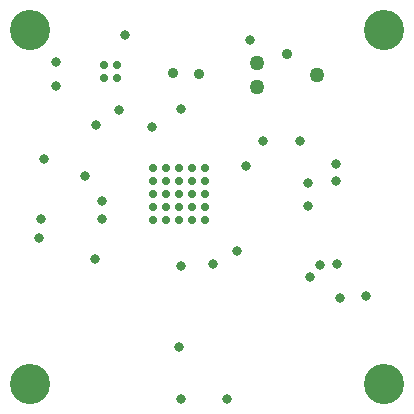
<source format=gbr>
%TF.GenerationSoftware,Altium Limited,Altium Designer,24.6.1 (21)*%
G04 Layer_Color=16711935*
%FSLAX45Y45*%
%MOMM*%
%TF.SameCoordinates,998BC942-C911-4A9E-BC0A-61954E215518*%
%TF.FilePolarity,Negative*%
%TF.FileFunction,Soldermask,Bot*%
%TF.Part,Single*%
G01*
G75*
%TA.AperFunction,ViaPad*%
%ADD69C,3.40320*%
%TA.AperFunction,ComponentPad*%
%ADD70C,1.27020*%
%TA.AperFunction,ViaPad*%
%ADD71C,0.80320*%
%ADD72C,0.70320*%
%ADD73C,0.90320*%
D69*
X8400000Y8500000D02*
D03*
X11400000D02*
D03*
Y5500000D02*
D03*
X8400000D02*
D03*
D70*
X10319000Y8215100D02*
D03*
Y8011900D02*
D03*
X10827000Y8113500D02*
D03*
D71*
X10262500Y8410000D02*
D03*
X9432500Y7675000D02*
D03*
X9150000Y7820000D02*
D03*
X9675000Y7832500D02*
D03*
X9207500Y8455000D02*
D03*
X8620000Y8230000D02*
D03*
Y8020000D02*
D03*
X10750000Y7205000D02*
D03*
X9662500Y5810000D02*
D03*
X10750000Y7007500D02*
D03*
X10995000Y7362500D02*
D03*
Y7215000D02*
D03*
X10685000Y7560000D02*
D03*
X10372500Y7557500D02*
D03*
X8955000Y7695000D02*
D03*
X8522500Y7407500D02*
D03*
X8950000Y6560000D02*
D03*
X9947500Y6517500D02*
D03*
X9682500Y5375000D02*
D03*
X10065000Y5377500D02*
D03*
X10852500Y6510000D02*
D03*
X11022500Y6232500D02*
D03*
X11001885Y6513925D02*
D03*
X10767500Y6405000D02*
D03*
X11247500Y6242500D02*
D03*
X10227500Y7347500D02*
D03*
X10150000Y6627500D02*
D03*
X9677500Y6497500D02*
D03*
X8870000Y7257500D02*
D03*
X9010000Y7050000D02*
D03*
X8480000Y6740000D02*
D03*
X8490000Y6900000D02*
D03*
X9010000D02*
D03*
D72*
X9445000Y7325000D02*
D03*
X9555000D02*
D03*
X9665000D02*
D03*
X9775000D02*
D03*
X9885000D02*
D03*
X9445000Y7215000D02*
D03*
X9555000D02*
D03*
X9665000D02*
D03*
X9775000D02*
D03*
X9885000D02*
D03*
X9445000Y7105000D02*
D03*
X9555000D02*
D03*
X9665000D02*
D03*
X9775000D02*
D03*
X9885000D02*
D03*
X9445000Y6995000D02*
D03*
X9555000D02*
D03*
X9665000D02*
D03*
X9775000D02*
D03*
X9885000D02*
D03*
X9445000Y6885000D02*
D03*
X9555000D02*
D03*
X9665000D02*
D03*
X9775000D02*
D03*
X9885000D02*
D03*
X9027500Y8205000D02*
D03*
Y8095000D02*
D03*
X9137500D02*
D03*
Y8205000D02*
D03*
D73*
X10574500Y8293250D02*
D03*
X9831497Y8127329D02*
D03*
X9612500Y8130000D02*
D03*
%TF.MD5,8d5250aed0dc59aec57ef47ceb8dfc71*%
M02*

</source>
